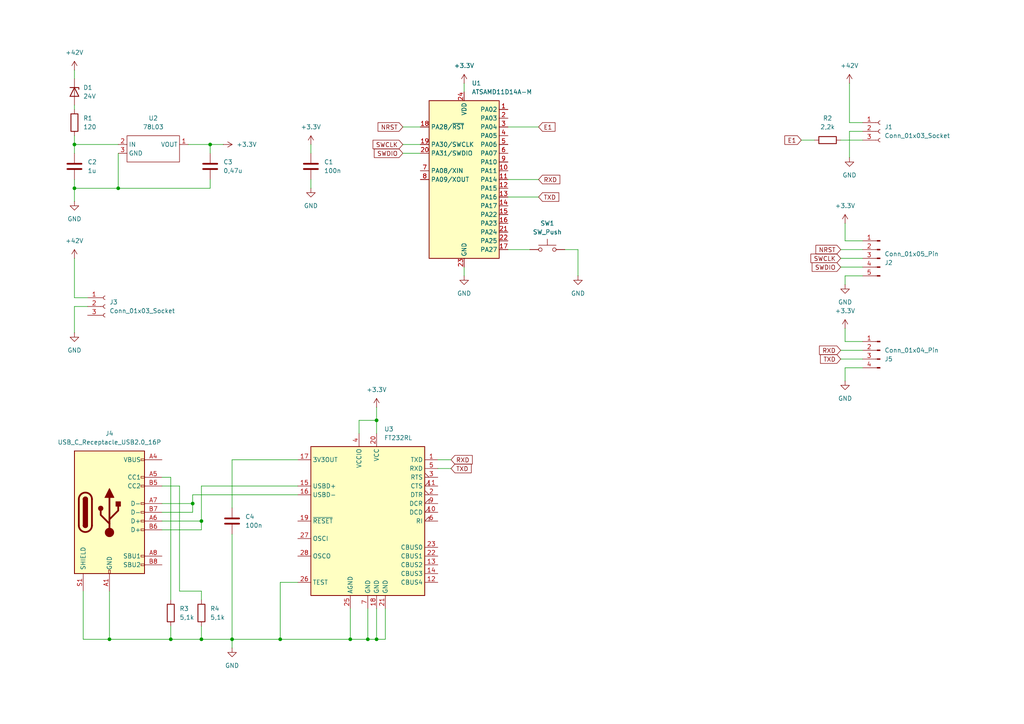
<source format=kicad_sch>
(kicad_sch (version 20231120) (generator "eeschema") (generator_version "8.0")
  (paper "A4")
  (lib_symbols
    (symbol "Connector:Conn_01x03_Socket" (pin_names (offset 1.016) hide)
      (property "Reference" "J" (at 0 5.08 0))
      (property "Value" "Conn_01x03_Socket" (at 0 -5.08 0))
      (symbol "Conn_01x03_Socket_1_1"
        (arc (start 0 -2.032) (mid -0.5058 -2.54) (end 0 -3.048) (stroke (width 0.1524)))
        (polyline (pts (xy -1.27 -2.54) (xy -0.508 -2.54)) (stroke (width 0.1524)))
        (polyline (pts (xy -1.27 0) (xy -0.508 0)) (stroke (width 0.1524)))
        (polyline (pts (xy -1.27 2.54) (xy -0.508 2.54)) (stroke (width 0.1524)))
        (arc (start 0 0.508) (mid -0.5058 0) (end 0 -0.508) (stroke (width 0.1524)))
        (arc (start 0 3.048) (mid -0.5058 2.54) (end 0 2.032) (stroke (width 0.1524)))
        (pin passive line (at -5.08 2.54 0) (length 3.81) (name "Pin_1") (number "1"))
        (pin passive line (at -5.08 0 0) (length 3.81) (name "Pin_2") (number "2"))
        (pin passive line (at -5.08 -2.54 0) (length 3.81) (name "Pin_3") (number "3"))
      )
    )
    (symbol "Connector:Conn_01x04_Pin" (pin_names (offset 1.016) hide)
      (property "Reference" "J" (at 0 5.08 0))
      (property "Value" "Conn_01x04_Pin" (at 0 -7.62 0))
      (symbol "Conn_01x04_Pin_1_1"
        (polyline (pts (xy 1.27 -5.08) (xy 0.8636 -5.08)) (stroke (width 0.1524)))
        (polyline (pts (xy 1.27 -2.54) (xy 0.8636 -2.54)) (stroke (width 0.1524)))
        (polyline (pts (xy 1.27 0) (xy 0.8636 0)) (stroke (width 0.1524)))
        (polyline (pts (xy 1.27 2.54) (xy 0.8636 2.54)) (stroke (width 0.1524)))
        (rectangle (start 0.8636 -4.953) (end 0 -5.207) (stroke (width 0.1524)) (fill (type outline)))
        (rectangle (start 0.8636 -2.413) (end 0 -2.667) (stroke (width 0.1524)) (fill (type outline)))
        (rectangle (start 0.8636 0.127) (end 0 -0.127) (stroke (width 0.1524)) (fill (type outline)))
        (rectangle (start 0.8636 2.667) (end 0 2.413) (stroke (width 0.1524)) (fill (type outline)))
        (pin passive line (at 5.08 2.54 180) (length 3.81) (name "Pin_1") (number "1"))
        (pin passive line (at 5.08 0 180) (length 3.81) (name "Pin_2") (number "2"))
        (pin passive line (at 5.08 -2.54 180) (length 3.81) (name "Pin_3") (number "3"))
        (pin passive line (at 5.08 -5.08 180) (length 3.81) (name "Pin_4") (number "4"))
      )
    )
    (symbol "Connector:Conn_01x05_Pin" (pin_names (offset 1.016) hide)
      (property "Reference" "J" (at 0 7.62 0))
      (property "Value" "Conn_01x05_Pin" (at 0 -7.62 0))
      (symbol "Conn_01x05_Pin_1_1"
        (polyline (pts (xy 1.27 -5.08) (xy 0.8636 -5.08)) (stroke (width 0.1524)))
        (polyline (pts (xy 1.27 -2.54) (xy 0.8636 -2.54)) (stroke (width 0.1524)))
        (polyline (pts (xy 1.27 0) (xy 0.8636 0)) (stroke (width 0.1524)))
        (polyline (pts (xy 1.27 2.54) (xy 0.8636 2.54)) (stroke (width 0.1524)))
        (polyline (pts (xy 1.27 5.08) (xy 0.8636 5.08)) (stroke (width 0.1524)))
        (rectangle (start 0.8636 -4.953) (end 0 -5.207) (stroke (width 0.1524)) (fill (type outline)))
        (rectangle (start 0.8636 -2.413) (end 0 -2.667) (stroke (width 0.1524)) (fill (type outline)))
        (rectangle (start 0.8636 0.127) (end 0 -0.127) (stroke (width 0.1524)) (fill (type outline)))
        (rectangle (start 0.8636 2.667) (end 0 2.413) (stroke (width 0.1524)) (fill (type outline)))
        (rectangle (start 0.8636 5.207) (end 0 4.953) (stroke (width 0.1524)) (fill (type outline)))
        (pin passive line (at 5.08 5.08 180) (length 3.81) (name "Pin_1") (number "1"))
        (pin passive line (at 5.08 2.54 180) (length 3.81) (name "Pin_2") (number "2"))
        (pin passive line (at 5.08 0 180) (length 3.81) (name "Pin_3") (number "3"))
        (pin passive line (at 5.08 -2.54 180) (length 3.81) (name "Pin_4") (number "4"))
        (pin passive line (at 5.08 -5.08 180) (length 3.81) (name "Pin_5") (number "5"))
      )
    )
    (symbol "Connector:USB_C_Receptacle_USB2.0_16P" (pin_names (offset 1.016))
      (property "Reference" "J" (at 0 22.225 0))
      (property "Value" "USB_C_Receptacle_USB2.0_16P" (at 0 19.685 0))
      (symbol "USB_C_Receptacle_USB2.0_16P_0_0"
        (rectangle (start -0.254 -17.78) (end 0.254 -16.764))
        (rectangle (start 10.16 -14.986) (end 9.144 -15.494))
        (rectangle (start 10.16 -12.446) (end 9.144 -12.954))
        (rectangle (start 10.16 -4.826) (end 9.144 -5.334))
        (rectangle (start 10.16 -2.286) (end 9.144 -2.794))
        (rectangle (start 10.16 0.254) (end 9.144 -0.254))
        (rectangle (start 10.16 2.794) (end 9.144 2.286))
        (rectangle (start 10.16 7.874) (end 9.144 7.366))
        (rectangle (start 10.16 10.414) (end 9.144 9.906))
        (rectangle (start 10.16 15.494) (end 9.144 14.986))
      )
      (symbol "USB_C_Receptacle_USB2.0_16P_0_1"
        (rectangle (start -10.16 17.78) (end 10.16 -17.78) (stroke (width 0.254)) (fill (type background)))
        (arc (start -8.89 -3.81) (mid -6.985 -5.7067) (end -5.08 -3.81) (stroke (width 0.508)))
        (arc (start -7.62 -3.81) (mid -6.985 -4.4423) (end -6.35 -3.81) (stroke (width 0.254)))
        (arc (start -7.62 -3.81) (mid -6.985 -4.4423) (end -6.35 -3.81) (stroke (width 0.254)) (fill (type outline)))
        (rectangle (start -7.62 -3.81) (end -6.35 3.81) (stroke (width 0.254)) (fill (type outline)))
        (arc (start -6.35 3.81) (mid -6.985 4.4423) (end -7.62 3.81) (stroke (width 0.254)))
        (arc (start -6.35 3.81) (mid -6.985 4.4423) (end -7.62 3.81) (stroke (width 0.254)) (fill (type outline)))
        (arc (start -5.08 3.81) (mid -6.985 5.7067) (end -8.89 3.81) (stroke (width 0.508)))
        (circle (center -2.54 1.143) (radius 0.635) (stroke (width 0.254)) (fill (type outline)))
        (circle (center 0 -5.842) (radius 1.27) (fill (type outline)))
        (polyline (pts (xy -8.89 -3.81) (xy -8.89 3.81)) (stroke (width 0.508)))
        (polyline (pts (xy -5.08 3.81) (xy -5.08 -3.81)) (stroke (width 0.508)))
        (polyline (pts (xy 0 -5.842) (xy 0 4.318)) (stroke (width 0.508)))
        (polyline (pts (xy 0 -3.302) (xy -2.54 -0.762) (xy -2.54 0.508)) (stroke (width 0.508)))
        (polyline (pts (xy 0 -2.032) (xy 2.54 0.508) (xy 2.54 1.778)) (stroke (width 0.508)))
        (polyline (pts (xy -1.27 4.318) (xy 0 6.858) (xy 1.27 4.318) (xy -1.27 4.318)) (stroke (width 0.254)) (fill (type outline)))
        (rectangle (start 1.905 1.778) (end 3.175 3.048) (stroke (width 0.254)) (fill (type outline)))
      )
      (symbol "USB_C_Receptacle_USB2.0_16P_1_1"
        (pin passive line (at 0 -22.86 90) (length 5.08) (name "GND") (number "A1"))
        (pin passive line (at 0 -22.86 90) (length 5.08) hide (name "GND") (number "A12"))
        (pin passive line (at 15.24 15.24 180) (length 5.08) (name "VBUS") (number "A4"))
        (pin bidirectional line (at 15.24 10.16 180) (length 5.08) (name "CC1") (number "A5"))
        (pin bidirectional line (at 15.24 -2.54 180) (length 5.08) (name "D+") (number "A6"))
        (pin bidirectional line (at 15.24 2.54 180) (length 5.08) (name "D-") (number "A7"))
        (pin bidirectional line (at 15.24 -12.7 180) (length 5.08) (name "SBU1") (number "A8"))
        (pin passive line (at 15.24 15.24 180) (length 5.08) hide (name "VBUS") (number "A9"))
        (pin passive line (at 0 -22.86 90) (length 5.08) hide (name "GND") (number "B1"))
        (pin passive line (at 0 -22.86 90) (length 5.08) hide (name "GND") (number "B12"))
        (pin passive line (at 15.24 15.24 180) (length 5.08) hide (name "VBUS") (number "B4"))
        (pin bidirectional line (at 15.24 7.62 180) (length 5.08) (name "CC2") (number "B5"))
        (pin bidirectional line (at 15.24 -5.08 180) (length 5.08) (name "D+") (number "B6"))
        (pin bidirectional line (at 15.24 0 180) (length 5.08) (name "D-") (number "B7"))
        (pin bidirectional line (at 15.24 -15.24 180) (length 5.08) (name "SBU2") (number "B8"))
        (pin passive line (at 15.24 15.24 180) (length 5.08) hide (name "VBUS") (number "B9"))
        (pin passive line (at -7.62 -22.86 90) (length 5.08) (name "SHIELD") (number "S1"))
      )
    )
    (symbol "Device:C" (pin_numbers hide) (pin_names (offset 0.254))
      (property "Reference" "C" (at 0.635 2.54 0))
      (property "Value" "C" (at 0.635 -2.54 0))
      (symbol "C_0_1"
        (polyline (pts (xy -2.032 -0.762) (xy 2.032 -0.762)) (stroke (width 0.508)))
        (polyline (pts (xy -2.032 0.762) (xy 2.032 0.762)) (stroke (width 0.508)))
      )
      (symbol "C_1_1"
        (pin passive line (at 0 3.81 270) (length 2.794) (name "~") (number "1"))
        (pin passive line (at 0 -3.81 90) (length 2.794) (name "~") (number "2"))
      )
    )
    (symbol "Device:R" (pin_numbers hide) (pin_names (offset 0))
      (property "Reference" "R" (at 2.032 0 90))
      (property "Value" "R" (at 0 0 90))
      (symbol "R_0_1"
        (rectangle (start -1.016 -2.54) (end 1.016 2.54) (stroke (width 0.254)))
      )
      (symbol "R_1_1"
        (pin passive line (at 0 3.81 270) (length 1.27) (name "~") (number "1"))
        (pin passive line (at 0 -3.81 90) (length 1.27) (name "~") (number "2"))
      )
    )
    (symbol "Diode:ZMDxx" (pin_numbers hide) (pin_names hide)
      (property "Reference" "D" (at 0 2.54 0))
      (property "Value" "ZMDxx" (at 0 -2.54 0))
      (symbol "ZMDxx_0_1"
        (polyline (pts (xy 1.27 0) (xy -1.27 0)))
        (polyline (pts (xy -1.27 -1.27) (xy -1.27 1.27) (xy -0.762 1.27)) (stroke (width 0.254)))
        (polyline (pts (xy 1.27 -1.27) (xy 1.27 1.27) (xy -1.27 0) (xy 1.27 -1.27)) (stroke (width 0.254)))
      )
      (symbol "ZMDxx_1_1"
        (pin passive line (at -3.81 0 0) (length 2.54) (name "K") (number "1"))
        (pin passive line (at 3.81 0 180) (length 2.54) (name "A") (number "2"))
      )
    )
    (symbol "Interface_USB:FT232RL"
      (property "Reference" "U" (at -16.51 22.86 0))
      (property "Value" "FT232RL" (at 10.16 22.86 0))
      (symbol "FT232RL_0_1"
        (rectangle (start -16.51 21.59) (end 16.51 -21.59) (stroke (width 0.254)) (fill (type background)))
      )
      (symbol "FT232RL_1_1"
        (pin output line (at 20.32 17.78 180) (length 3.81) (name "TXD") (number "1"))
        (pin input input_low (at 20.32 2.54 180) (length 3.81) (name "DCD") (number "10"))
        (pin input input_low (at 20.32 10.16 180) (length 3.81) (name "CTS") (number "11"))
        (pin bidirectional line (at 20.32 -17.78 180) (length 3.81) (name "CBUS4") (number "12"))
        (pin bidirectional line (at 20.32 -12.7 180) (length 3.81) (name "CBUS2") (number "13"))
        (pin bidirectional line (at 20.32 -15.24 180) (length 3.81) (name "CBUS3") (number "14"))
        (pin bidirectional line (at -20.32 10.16 0) (length 3.81) (name "USBD+") (number "15"))
        (pin bidirectional line (at -20.32 7.62 0) (length 3.81) (name "USBD-") (number "16"))
        (pin power_out line (at -20.32 17.78 0) (length 3.81) (name "3V3OUT") (number "17"))
        (pin power_in line (at 2.54 -25.4 90) (length 3.81) (name "GND") (number "18"))
        (pin input line (at -20.32 0 0) (length 3.81) (name "~{RESET}") (number "19"))
        (pin output output_low (at 20.32 7.62 180) (length 3.81) (name "DTR") (number "2"))
        (pin power_in line (at 2.54 25.4 270) (length 3.81) (name "VCC") (number "20"))
        (pin power_in line (at 5.08 -25.4 90) (length 3.81) (name "GND") (number "21"))
        (pin bidirectional line (at 20.32 -10.16 180) (length 3.81) (name "CBUS1") (number "22"))
        (pin bidirectional line (at 20.32 -7.62 180) (length 3.81) (name "CBUS0") (number "23"))
        (pin power_in line (at -5.08 -25.4 90) (length 3.81) (name "AGND") (number "25"))
        (pin input line (at -20.32 -17.78 0) (length 3.81) (name "TEST") (number "26"))
        (pin input line (at -20.32 -5.08 0) (length 3.81) (name "OSCI") (number "27"))
        (pin output line (at -20.32 -10.16 0) (length 3.81) (name "OSCO") (number "28"))
        (pin output output_low (at 20.32 12.7 180) (length 3.81) (name "RTS") (number "3"))
        (pin power_in line (at -2.54 25.4 270) (length 3.81) (name "VCCIO") (number "4"))
        (pin input line (at 20.32 15.24 180) (length 3.81) (name "RXD") (number "5"))
        (pin input input_low (at 20.32 0 180) (length 3.81) (name "RI") (number "6"))
        (pin power_in line (at 0 -25.4 90) (length 3.81) (name "GND") (number "7"))
        (pin input input_low (at 20.32 5.08 180) (length 3.81) (name "DCR") (number "9"))
      )
    )
    (symbol "MCU_Microchip_SAMD:ATSAMD11D14A-M"
      (property "Reference" "U" (at -10.16 24.13 0))
      (property "Value" "ATSAMD11D14A-M" (at 1.27 24.13 0))
      (symbol "ATSAMD11D14A-M_0_1"
        (rectangle (start -10.16 22.86) (end 10.16 -22.86) (stroke (width 0.254)) (fill (type background)))
      )
      (symbol "ATSAMD11D14A-M_1_1"
        (pin bidirectional line (at 12.7 20.32 180) (length 2.54) (name "PA02") (number "1"))
        (pin bidirectional line (at 12.7 2.54 180) (length 2.54) (name "PA11") (number "10"))
        (pin bidirectional line (at 12.7 0 180) (length 2.54) (name "PA14") (number "11"))
        (pin bidirectional line (at 12.7 -2.54 180) (length 2.54) (name "PA15") (number "12"))
        (pin bidirectional line (at 12.7 -5.08 180) (length 2.54) (name "PA16") (number "13"))
        (pin bidirectional line (at 12.7 -7.62 180) (length 2.54) (name "PA17") (number "14"))
        (pin bidirectional line (at 12.7 -10.16 180) (length 2.54) (name "PA22") (number "15"))
        (pin bidirectional line (at 12.7 -12.7 180) (length 2.54) (name "PA23") (number "16"))
        (pin bidirectional line (at 12.7 -20.32 180) (length 2.54) (name "PA27") (number "17"))
        (pin bidirectional line (at -12.7 15.24 0) (length 2.54) (name "PA28/~{RST}") (number "18"))
        (pin bidirectional line (at -12.7 10.16 0) (length 2.54) (name "PA30/SWCLK") (number "19"))
        (pin bidirectional line (at 12.7 17.78 180) (length 2.54) (name "PA03") (number "2"))
        (pin bidirectional line (at -12.7 7.62 0) (length 2.54) (name "PA31/SWDIO") (number "20"))
        (pin bidirectional line (at 12.7 -15.24 180) (length 2.54) (name "PA24") (number "21"))
        (pin bidirectional line (at 12.7 -17.78 180) (length 2.54) (name "PA25") (number "22"))
        (pin power_in line (at 0 -25.4 90) (length 2.54) (name "GND") (number "23"))
        (pin power_in line (at 0 25.4 270) (length 2.54) (name "VDD") (number "24"))
        (pin bidirectional line (at 12.7 15.24 180) (length 2.54) (name "PA04") (number "3"))
        (pin bidirectional line (at 12.7 12.7 180) (length 2.54) (name "PA05") (number "4"))
        (pin bidirectional line (at 12.7 10.16 180) (length 2.54) (name "PA06") (number "5"))
        (pin bidirectional line (at 12.7 7.62 180) (length 2.54) (name "PA07") (number "6"))
        (pin bidirectional line (at -12.7 2.54 0) (length 2.54) (name "PA08/XIN") (number "7"))
        (pin bidirectional line (at -12.7 0 0) (length 2.54) (name "PA09/XOUT") (number "8"))
        (pin bidirectional line (at 12.7 5.08 180) (length 2.54) (name "PA10") (number "9"))
      )
    )
    (symbol "Radtke:78L03"
      (property "Reference" "U" (at 0 5.08 0))
      (property "Value" "78L03" (at 0 5.08 0))
      (symbol "78L03_0_1"
        (rectangle (start -7.62 3.81) (end 7.62 -3.81))
      )
      (symbol "78L03_1_1"
        (pin output line (at 10.16 1.27 180) (length 2.54) (name "VOUT") (number "1"))
        (pin input line (at -10.16 1.27 0) (length 2.54) (name "IN") (number "2"))
        (pin bidirectional line (at -10.16 -1.27 0) (length 2.54) (name "GND") (number "3"))
      )
    )
    (symbol "Switch:SW_Push" (pin_numbers hide) (pin_names (offset 1.016) hide)
      (property "Reference" "SW" (at 1.27 2.54 0))
      (property "Value" "SW_Push" (at 0 -1.524 0))
      (symbol "SW_Push_0_1"
        (circle (center -2.032 0) (radius 0.508))
        (polyline (pts (xy 0 1.27) (xy 0 3.048)))
        (polyline (pts (xy 2.54 1.27) (xy -2.54 1.27)))
        (circle (center 2.032 0) (radius 0.508))
        (pin passive line (at -5.08 0 0) (length 2.54) (name "1") (number "1"))
        (pin passive line (at 5.08 0 180) (length 2.54) (name "2") (number "2"))
      )
    )
    (symbol "power:+3.3V" (power) (pin_numbers hide) (pin_names (offset 0) hide)
      (property "Value" "+3.3V" (at 0 3.556 0))
      (symbol "+3.3V_0_1"
        (polyline (pts (xy -0.762 1.27) (xy 0 2.54)))
        (polyline (pts (xy 0 0) (xy 0 2.54)))
        (polyline (pts (xy 0 2.54) (xy 0.762 1.27)))
      )
      (symbol "+3.3V_1_1"
        (pin power_in line (at 0 0 90) (length 0) (name "~") (number "1"))
      )
    )
    (symbol "power:+48V" (power) (pin_numbers hide) (pin_names (offset 0) hide)
      (property "Value" "+48V" (at 0 3.556 0))
      (symbol "+48V_0_1"
        (polyline (pts (xy -0.762 1.27) (xy 0 2.54)))
        (polyline (pts (xy 0 0) (xy 0 2.54)))
        (polyline (pts (xy 0 2.54) (xy 0.762 1.27)))
      )
      (symbol "+48V_1_1"
        (pin power_in line (at 0 0 90) (length 0) (name "~") (number "1"))
      )
    )
    (symbol "power:GND" (power) (pin_numbers hide) (pin_names (offset 0) hide)
      (property "Value" "GND" (at 0 -3.81 0))
      (symbol "GND_0_1"
        (polyline (pts (xy 0 0) (xy 0 -1.27) (xy 1.27 -1.27) (xy 0 -2.54) (xy -1.27 -1.27) (xy 0 -1.27)))
      )
      (symbol "GND_1_1"
        (pin power_in line (at 0 0 270) (length 0) (name "~") (number "1"))
      )
    )
  )
  (junction (at 34.29 54.61))
  (junction (at 31.75 185.42))
  (junction (at 81.28 185.42))
  (junction (at 60.96 41.91))
  (junction (at 21.59 54.61))
  (junction (at 101.6 185.42))
  (junction (at 109.22 185.42))
  (junction (at 58.42 185.42))
  (junction (at 49.53 185.42))
  (junction (at 106.68 185.42))
  (junction (at 55.88 146.05))
  (junction (at 109.22 121.92))
  (junction (at 67.31 185.42))
  (junction (at 21.59 41.91))
  (junction (at 58.42 151.13))
  (wire (pts (xy 147.32 72.39) (xy 153.67 72.39)))
  (wire (pts (xy 67.31 154.94) (xy 67.31 185.42)))
  (wire (pts (xy 58.42 140.97) (xy 58.42 151.13)))
  (wire (pts (xy 25.4 88.9) (xy 21.59 88.9)))
  (wire (pts (xy 250.19 106.68) (xy 245.11 106.68)))
  (wire (pts (xy 116.84 36.83) (xy 121.92 36.83)))
  (wire (pts (xy 134.62 77.47) (xy 134.62 80.01)))
  (wire (pts (xy 21.59 41.91) (xy 34.29 41.91)))
  (wire (pts (xy 147.32 52.07) (xy 156.21 52.07)))
  (wire (pts (xy 245.11 80.01) (xy 250.19 80.01)))
  (wire (pts (xy 34.29 44.45) (xy 34.29 54.61)))
  (wire (pts (xy 49.53 185.42) (xy 58.42 185.42)))
  (wire (pts (xy 243.84 104.14) (xy 250.19 104.14)))
  (wire (pts (xy 31.75 171.45) (xy 31.75 185.42)))
  (wire (pts (xy 24.13 185.42) (xy 31.75 185.42)))
  (wire (pts (xy 245.11 69.85) (xy 250.19 69.85)))
  (wire (pts (xy 109.22 176.53) (xy 109.22 185.42)))
  (wire (pts (xy 106.68 176.53) (xy 106.68 185.42)))
  (wire (pts (xy 109.22 121.92) (xy 109.22 125.73)))
  (wire (pts (xy 101.6 176.53) (xy 101.6 185.42)))
  (wire (pts (xy 21.59 41.91) (xy 21.59 44.45)))
  (wire (pts (xy 58.42 185.42) (xy 67.31 185.42)))
  (wire (pts (xy 58.42 181.61) (xy 58.42 185.42)))
  (wire (pts (xy 104.14 121.92) (xy 109.22 121.92)))
  (wire (pts (xy 21.59 52.07) (xy 21.59 54.61)))
  (wire (pts (xy 243.84 101.6) (xy 250.19 101.6)))
  (wire (pts (xy 21.59 54.61) (xy 21.59 58.42)))
  (wire (pts (xy 60.96 41.91) (xy 64.77 41.91)))
  (wire (pts (xy 134.62 26.67) (xy 134.62 24.13)))
  (wire (pts (xy 58.42 171.45) (xy 58.42 173.99)))
  (wire (pts (xy 31.75 185.42) (xy 49.53 185.42)))
  (wire (pts (xy 55.88 146.05) (xy 55.88 143.51)))
  (wire (pts (xy 67.31 133.35) (xy 86.36 133.35)))
  (wire (pts (xy 243.84 40.64) (xy 250.19 40.64)))
  (wire (pts (xy 46.99 153.67) (xy 58.42 153.67)))
  (wire (pts (xy 86.36 168.91) (xy 81.28 168.91)))
  (wire (pts (xy 46.99 140.97) (xy 52.07 140.97)))
  (wire (pts (xy 147.32 36.83) (xy 156.21 36.83)))
  (wire (pts (xy 243.84 74.93) (xy 250.19 74.93)))
  (wire (pts (xy 163.83 72.39) (xy 167.64 72.39)))
  (wire (pts (xy 54.61 41.91) (xy 60.96 41.91)))
  (wire (pts (xy 245.11 95.25) (xy 245.11 99.06)))
  (wire (pts (xy 232.41 40.64) (xy 236.22 40.64)))
  (wire (pts (xy 81.28 168.91) (xy 81.28 185.42)))
  (wire (pts (xy 106.68 185.42) (xy 109.22 185.42)))
  (wire (pts (xy 90.17 52.07) (xy 90.17 54.61)))
  (wire (pts (xy 90.17 41.91) (xy 90.17 44.45)))
  (wire (pts (xy 34.29 54.61) (xy 60.96 54.61)))
  (wire (pts (xy 116.84 41.91) (xy 121.92 41.91)))
  (wire (pts (xy 246.38 35.56) (xy 250.19 35.56)))
  (wire (pts (xy 109.22 185.42) (xy 111.76 185.42)))
  (wire (pts (xy 246.38 24.13) (xy 246.38 35.56)))
  (wire (pts (xy 67.31 133.35) (xy 67.31 147.32)))
  (wire (pts (xy 101.6 185.42) (xy 106.68 185.42)))
  (wire (pts (xy 246.38 38.1) (xy 246.38 45.72)))
  (wire (pts (xy 55.88 143.51) (xy 86.36 143.51)))
  (wire (pts (xy 52.07 171.45) (xy 58.42 171.45)))
  (wire (pts (xy 60.96 52.07) (xy 60.96 54.61)))
  (wire (pts (xy 24.13 171.45) (xy 24.13 185.42)))
  (wire (pts (xy 147.32 57.15) (xy 156.21 57.15)))
  (wire (pts (xy 104.14 125.73) (xy 104.14 121.92)))
  (wire (pts (xy 49.53 138.43) (xy 49.53 173.99)))
  (wire (pts (xy 55.88 148.59) (xy 55.88 146.05)))
  (wire (pts (xy 67.31 185.42) (xy 67.31 187.96)))
  (wire (pts (xy 245.11 80.01) (xy 245.11 82.55)))
  (wire (pts (xy 21.59 74.93) (xy 21.59 86.36)))
  (wire (pts (xy 81.28 185.42) (xy 101.6 185.42)))
  (wire (pts (xy 60.96 41.91) (xy 60.96 44.45)))
  (wire (pts (xy 58.42 153.67) (xy 58.42 151.13)))
  (wire (pts (xy 127 135.89) (xy 130.81 135.89)))
  (wire (pts (xy 21.59 20.32) (xy 21.59 22.86)))
  (wire (pts (xy 250.19 38.1) (xy 246.38 38.1)))
  (wire (pts (xy 46.99 146.05) (xy 55.88 146.05)))
  (wire (pts (xy 116.84 44.45) (xy 121.92 44.45)))
  (wire (pts (xy 243.84 77.47) (xy 250.19 77.47)))
  (wire (pts (xy 49.53 138.43) (xy 46.99 138.43)))
  (wire (pts (xy 167.64 72.39) (xy 167.64 80.01)))
  (wire (pts (xy 81.28 185.42) (xy 67.31 185.42)))
  (wire (pts (xy 109.22 118.11) (xy 109.22 121.92)))
  (wire (pts (xy 86.36 140.97) (xy 58.42 140.97)))
  (wire (pts (xy 21.59 30.48) (xy 21.59 31.75)))
  (wire (pts (xy 127 133.35) (xy 130.81 133.35)))
  (wire (pts (xy 21.59 86.36) (xy 25.4 86.36)))
  (wire (pts (xy 34.29 54.61) (xy 21.59 54.61)))
  (wire (pts (xy 243.84 72.39) (xy 250.19 72.39)))
  (wire (pts (xy 245.11 106.68) (xy 245.11 110.49)))
  (wire (pts (xy 21.59 39.37) (xy 21.59 41.91)))
  (wire (pts (xy 58.42 151.13) (xy 46.99 151.13)))
  (wire (pts (xy 21.59 88.9) (xy 21.59 96.52)))
  (wire (pts (xy 49.53 181.61) (xy 49.53 185.42)))
  (wire (pts (xy 52.07 140.97) (xy 52.07 171.45)))
  (wire (pts (xy 245.11 99.06) (xy 250.19 99.06)))
  (wire (pts (xy 111.76 185.42) (xy 111.76 176.53)))
  (wire (pts (xy 46.99 148.59) (xy 55.88 148.59)))
  (wire (pts (xy 245.11 64.77) (xy 245.11 69.85)))
  (global_label "RXD" (shape input) (at 243.84 101.6 180) (property "Intersheetrefs" "${INTERSHEET_REFS}" (effects (hide yes))))
  (global_label "SWDIO" (shape input) (at 243.84 77.47 180) (property "Intersheetrefs" "${INTERSHEET_REFS}" (effects (hide yes))))
  (global_label "NRST" (shape input) (at 116.84 36.83 180) (property "Intersheetrefs" "${INTERSHEET_REFS}" (effects (hide yes))))
  (global_label "RXD" (shape input) (at 130.81 133.35 0) (property "Intersheetrefs" "${INTERSHEET_REFS}" (effects (hide yes))))
  (global_label "E1" (shape input) (at 232.41 40.64 180) (property "Intersheetrefs" "${INTERSHEET_REFS}" (effects (hide yes))))
  (global_label "RXD" (shape input) (at 156.21 52.07 0) (property "Intersheetrefs" "${INTERSHEET_REFS}" (effects (hide yes))))
  (global_label "NRST" (shape input) (at 243.84 72.39 180) (property "Intersheetrefs" "${INTERSHEET_REFS}" (effects (hide yes))))
  (global_label "TXD" (shape input) (at 130.81 135.89 0) (property "Intersheetrefs" "${INTERSHEET_REFS}" (effects (hide yes))))
  (global_label "SWDIO" (shape input) (at 116.84 44.45 180) (property "Intersheetrefs" "${INTERSHEET_REFS}" (effects (hide yes))))
  (global_label "SWCLK" (shape input) (at 243.84 74.93 180) (property "Intersheetrefs" "${INTERSHEET_REFS}" (effects (hide yes))))
  (global_label "E1" (shape input) (at 156.21 36.83 0) (property "Intersheetrefs" "${INTERSHEET_REFS}" (effects (hide yes))))
  (global_label "TXD" (shape input) (at 156.21 57.15 0) (property "Intersheetrefs" "${INTERSHEET_REFS}" (effects (hide yes))))
  (global_label "TXD" (shape input) (at 243.84 104.14 180) (property "Intersheetrefs" "${INTERSHEET_REFS}" (effects (hide yes))))
  (global_label "SWCLK" (shape input) (at 116.84 41.91 180) (property "Intersheetrefs" "${INTERSHEET_REFS}" (effects (hide yes))))
  (symbol (lib_id "Device:R") (at 49.53 177.8 180) (unit 1)
    (property "Reference" "R3" (at 52.07 176.5299 0) (effects (justify right)))
    (property "Value" "5,1k" (at 52.07 179.0699 0) (effects (justify right)))
    (property "Footprint" "Resistor_SMD:R_0805_2012Metric" (effects (hide yes)))
    (property "Description" "Resistor" (effects (hide yes)))
  )
  (symbol (lib_id "power:GND") (at 67.31 187.96 0) (unit 1)
    (property "Reference" "#PWR015" (effects (hide yes)))
    (property "Value" "GND" (at 67.31 193.04 0))
    (property "Description" "Power symbol creates a global label with name \"GND\" , ground" (effects (hide yes)))
  )
  (symbol (lib_id "power:GND") (at 167.64 80.01 0) (unit 1)
    (property "Reference" "#PWR014" (effects (hide yes)))
    (property "Value" "GND" (at 167.64 85.09 0))
    (property "Description" "Power symbol creates a global label with name \"GND\" , ground" (effects (hide yes)))
  )
  (symbol (lib_id "power:+3.3V") (at 90.17 41.91 0) (unit 1)
    (property "Reference" "#PWR05" (effects (hide yes)))
    (property "Value" "+3.3V" (at 90.17 36.83 0))
    (property "Description" "Power symbol creates a global label with name \"+3.3V\"" (effects (hide yes)))
  )
  (symbol (lib_id "Connector:USB_C_Receptacle_USB2.0_16P") (at 31.75 148.59 0) (unit 1)
    (property "Reference" "J4" (at 31.75 125.73 0))
    (property "Value" "USB_C_Receptacle_USB2.0_16P" (at 31.75 128.27 0))
    (property "Footprint" "USB-C-Power-tester:TYPE-C-31-M-14" (effects (hide yes)))
    (property "Datasheet" "https://www.usb.org/sites/default/files/documents/usb_type-c.zip" (effects (hide yes)))
    (property "Description" "USB 2.0-only 16P Type-C Receptacle connector" (effects (hide yes)))
  )
  (symbol (lib_id "Connector:Conn_01x03_Socket") (at 30.48 88.9 0) (unit 1)
    (property "Reference" "J3" (at 31.75 87.6299 0) (effects (justify left)))
    (property "Value" "Conn_01x03_Socket" (at 31.75 90.1699 0) (effects (justify left)))
    (property "Footprint" "Connector_PinSocket_2.54mm:PinSocket_1x03_P2.54mm_Vertical" (effects (hide yes)))
    (property "Description" "Generic connector, single row, 01x03, script generated" (effects (hide yes)))
  )
  (symbol (lib_id "Device:C") (at 90.17 48.26 0) (unit 1)
    (property "Reference" "C1" (at 93.98 46.9899 0) (effects (justify left)))
    (property "Value" "100n" (at 93.98 49.5299 0) (effects (justify left)))
    (property "Footprint" "Capacitor_SMD:C_0805_2012Metric" (effects (hide yes)))
    (property "Description" "Unpolarized capacitor" (effects (hide yes)))
  )
  (symbol (lib_id "power:+3.3V") (at 109.22 118.11 0) (unit 1)
    (property "Reference" "#PWR018" (effects (hide yes)))
    (property "Value" "+3.3V" (at 109.22 113.03 0))
    (property "Description" "Power symbol creates a global label with name \"+3.3V\"" (effects (hide yes)))
  )
  (symbol (lib_id "Device:C") (at 21.59 48.26 0) (unit 1)
    (property "Reference" "C2" (at 25.4 46.9899 0) (effects (justify left)))
    (property "Value" "1u" (at 25.4 49.5299 0) (effects (justify left)))
    (property "Footprint" "Capacitor_SMD:C_0805_2012Metric" (effects (hide yes)))
    (property "Description" "Unpolarized capacitor" (effects (hide yes)))
  )
  (symbol (lib_id "power:+3.3V") (at 134.62 24.13 0) (unit 1)
    (property "Reference" "#PWR07" (effects (hide yes)))
    (property "Value" "+3.3V" (at 134.62 19.05 0))
    (property "Description" "Power symbol creates a global label with name \"+3.3V\"" (effects (hide yes)))
  )
  (symbol (lib_id "power:+48V") (at 246.38 24.13 0) (unit 1)
    (property "Reference" "#PWR08" (effects (hide yes)))
    (property "Value" "+42V" (at 246.38 19.05 0))
    (property "Description" "Power symbol creates a global label with name \"+48V\"" (effects (hide yes)))
  )
  (symbol (lib_id "power:+3.3V") (at 64.77 41.91 270) (unit 1)
    (property "Reference" "#PWR02" (effects (hide yes)))
    (property "Value" "+3.3V" (at 68.58 41.9099 90) (effects (justify left)))
    (property "Description" "Power symbol creates a global label with name \"+3.3V\"" (effects (hide yes)))
  )
  (symbol (lib_id "Device:R") (at 240.03 40.64 90) (unit 1)
    (property "Reference" "R2" (at 240.03 34.29 90))
    (property "Value" "2,2k" (at 240.03 36.83 90))
    (property "Footprint" "Resistor_SMD:R_0805_2012Metric" (effects (hide yes)))
    (property "Description" "Resistor" (effects (hide yes)))
  )
  (symbol (lib_id "Device:C") (at 67.31 151.13 0) (unit 1)
    (property "Reference" "C4" (at 71.12 149.8599 0) (effects (justify left)))
    (property "Value" "100n" (at 71.12 152.3999 0) (effects (justify left)))
    (property "Footprint" "Capacitor_SMD:C_0805_2012Metric" (effects (hide yes)))
    (property "Description" "Unpolarized capacitor" (effects (hide yes)))
  )
  (symbol (lib_id "Device:C") (at 60.96 48.26 0) (unit 1)
    (property "Reference" "C3" (at 64.77 46.9899 0) (effects (justify left)))
    (property "Value" "0,47u" (at 64.77 49.5299 0) (effects (justify left)))
    (property "Footprint" "Capacitor_SMD:C_0805_2012Metric" (effects (hide yes)))
    (property "Description" "Unpolarized capacitor" (effects (hide yes)))
  )
  (symbol (lib_id "Connector:Conn_01x05_Pin") (at 255.27 74.93 0) (mirror y) (unit 1)
    (property "Reference" "J2" (at 256.54 76.2001 0) (effects (justify right)))
    (property "Value" "Conn_01x05_Pin" (at 256.54 73.6601 0) (effects (justify right)))
    (property "Footprint" "Connector_PinHeader_2.54mm:PinHeader_1x05_P2.54mm_Vertical" (effects (hide yes)))
    (property "Description" "Generic connector, single row, 01x05, script generated" (effects (hide yes)))
  )
  (symbol (lib_id "power:+48V") (at 21.59 20.32 0) (unit 1)
    (property "Reference" "#PWR01" (effects (hide yes)))
    (property "Value" "+42V" (at 21.59 15.24 0))
    (property "Description" "Power symbol creates a global label with name \"+48V\"" (effects (hide yes)))
  )
  (symbol (lib_id "power:GND") (at 134.62 80.01 0) (unit 1)
    (property "Reference" "#PWR06" (effects (hide yes)))
    (property "Value" "GND" (at 134.62 85.09 0))
    (property "Description" "Power symbol creates a global label with name \"GND\" , ground" (effects (hide yes)))
  )
  (symbol (lib_id "power:GND") (at 90.17 54.61 0) (unit 1)
    (property "Reference" "#PWR04" (effects (hide yes)))
    (property "Value" "GND" (at 90.17 59.69 0))
    (property "Description" "Power symbol creates a global label with name \"GND\" , ground" (effects (hide yes)))
  )
  (symbol (lib_id "Diode:ZMDxx") (at 21.59 26.67 270) (unit 1)
    (property "Reference" "D1" (at 24.13 25.3999 90) (effects (justify left)))
    (property "Value" "24V" (at 24.13 27.9399 90) (effects (justify left)))
    (property "Footprint" "Diode_SMD:D_MiniMELF" (effects (hide yes)))
    (property "Datasheet" "http://diotec.com/tl_files/diotec/files/pdf/datasheets/zmd1" (effects (hide yes)))
    (property "Description" "1000mW Zener Diode, MiniMELF" (effects (hide yes)))
  )
  (symbol (lib_id "power:+48V") (at 21.59 74.93 0) (unit 1)
    (property "Reference" "#PWR012" (effects (hide yes)))
    (property "Value" "+42V" (at 21.59 69.85 0))
    (property "Description" "Power symbol creates a global label with name \"+48V\"" (effects (hide yes)))
  )
  (symbol (lib_id "power:GND") (at 245.11 110.49 0) (unit 1)
    (property "Reference" "#PWR017" (effects (hide yes)))
    (property "Value" "GND" (at 245.11 115.57 0))
    (property "Description" "Power symbol creates a global label with name \"GND\" , ground" (effects (hide yes)))
  )
  (symbol (lib_id "Switch:SW_Push") (at 158.75 72.39 0) (unit 1)
    (property "Reference" "SW1" (at 158.75 64.77 0))
    (property "Value" "SW_Push" (at 158.75 67.31 0))
    (property "Footprint" "Button_Switch_THT:SW_TH_Tactile_Omron_B3F-10xx" (effects (hide yes)))
    (property "Description" "Push button switch, generic, two pins" (effects (hide yes)))
  )
  (symbol (lib_id "power:+3.3V") (at 245.11 95.25 0) (unit 1)
    (property "Reference" "#PWR016" (effects (hide yes)))
    (property "Value" "+3.3V" (at 245.11 90.17 0))
    (property "Description" "Power symbol creates a global label with name \"+3.3V\"" (effects (hide yes)))
  )
  (symbol (lib_id "power:GND") (at 21.59 58.42 0) (unit 1)
    (property "Reference" "#PWR03" (effects (hide yes)))
    (property "Value" "GND" (at 21.59 63.5 0))
    (property "Description" "Power symbol creates a global label with name \"GND\" , ground" (effects (hide yes)))
  )
  (symbol (lib_id "Connector:Conn_01x04_Pin") (at 255.27 101.6 0) (mirror y) (unit 1)
    (property "Reference" "J5" (at 256.54 104.1401 0) (effects (justify right)))
    (property "Value" "Conn_01x04_Pin" (at 256.54 101.6001 0) (effects (justify right)))
    (property "Footprint" "Connector_PinHeader_2.54mm:PinHeader_1x04_P2.54mm_Vertical" (effects (hide yes)))
    (property "Description" "Generic connector, single row, 01x04, script generated" (effects (hide yes)))
  )
  (symbol (lib_id "Radtke:78L03") (at 44.45 43.18 0) (unit 1)
    (property "Reference" "U2" (at 44.45 34.29 0))
    (property "Value" "78L03" (at 44.45 36.83 0))
    (property "Footprint" "Package_TO_SOT_SMD:SOT-23-3" (effects (hide yes)))
  )
  (symbol (lib_id "power:GND") (at 21.59 96.52 0) (unit 1)
    (property "Reference" "#PWR013" (effects (hide yes)))
    (property "Value" "GND" (at 21.59 101.6 0))
    (property "Description" "Power symbol creates a global label with name \"GND\" , ground" (effects (hide yes)))
  )
  (symbol (lib_id "Interface_USB:FT232RL") (at 106.68 151.13 0) (unit 1)
    (property "Reference" "U3" (at 111.4141 124.46 0) (effects (justify left)))
    (property "Value" "FT232RL" (at 111.4141 127 0) (effects (justify left)))
    (property "Footprint" "Package_SO:SSOP-28_5.3x10.2mm_P0.65mm" (effects (hide yes)))
    (property "Datasheet" "https://www.ftdichip.com/Support/Documents/DataSheets/ICs/DS_FT232R.pdf" (effects (hide yes)))
    (property "Description" "USB to Serial Interface, SSOP-28" (effects (hide yes)))
  )
  (symbol (lib_id "power:GND") (at 245.11 82.55 0) (unit 1)
    (property "Reference" "#PWR011" (effects (hide yes)))
    (property "Value" "GND" (at 245.11 87.63 0))
    (property "Description" "Power symbol creates a global label with name \"GND\" , ground" (effects (hide yes)))
  )
  (symbol (lib_id "Device:R") (at 21.59 35.56 0) (unit 1)
    (property "Reference" "R1" (at 24.13 34.2899 0) (effects (justify left)))
    (property "Value" "120" (at 24.13 36.8299 0) (effects (justify left)))
    (property "Footprint" "Resistor_SMD:R_0805_2012Metric" (effects (hide yes)))
    (property "Description" "Resistor" (effects (hide yes)))
  )
  (symbol (lib_id "Device:R") (at 58.42 177.8 180) (unit 1)
    (property "Reference" "R4" (at 60.96 176.5299 0) (effects (justify right)))
    (property "Value" "5,1k" (at 60.96 179.0699 0) (effects (justify right)))
    (property "Footprint" "Resistor_SMD:R_0805_2012Metric" (effects (hide yes)))
    (property "Description" "Resistor" (effects (hide yes)))
  )
  (symbol (lib_id "power:GND") (at 246.38 45.72 0) (unit 1)
    (property "Reference" "#PWR09" (effects (hide yes)))
    (property "Value" "GND" (at 246.38 50.8 0))
    (property "Description" "Power symbol creates a global label with name \"GND\" , ground" (effects (hide yes)))
  )
  (symbol (lib_id "Connector:Conn_01x03_Socket") (at 255.27 38.1 0) (unit 1)
    (property "Reference" "J1" (at 256.54 36.8299 0) (effects (justify left)))
    (property "Value" "Conn_01x03_Socket" (at 256.54 39.3699 0) (effects (justify left)))
    (property "Footprint" "Connector_PinSocket_2.54mm:PinSocket_1x03_P2.54mm_Vertical" (effects (hide yes)))
    (property "Description" "Generic connector, single row, 01x03, script generated" (effects (hide yes)))
  )
  (symbol (lib_id "MCU_Microchip_SAMD:ATSAMD11D14A-M") (at 134.62 52.07 0) (unit 1)
    (property "Reference" "U1" (at 136.8141 24.13 0) (effects (justify left)))
    (property "Value" "ATSAMD11D14A-M" (at 136.8141 26.67 0) (effects (justify left)))
    (property "Footprint" "Package_DFN_QFN:QFN-24-1EP_4x4mm_P0.5mm_EP2.6x2.6mm" (effects (hide yes)))
    (property "Datasheet" "http://ww1.microchip.com/downloads/en/DeviceDoc/Atmel-42363-SAM-D11_Datasheet.pdf" (effects (hide yes)))
    (property "Description" "ARM Cortex-M0+ MCU, 48MHz, 16KB Flash, 4KB RAM, 1.6-3.6V, 22 GPIO, QFN-24" (effects (hide yes)))
  )
  (symbol (lib_id "power:+3.3V") (at 245.11 64.77 0) (unit 1)
    (property "Reference" "#PWR010" (effects (hide yes)))
    (property "Value" "+3.3V" (at 245.11 59.69 0))
    (property "Description" "Power symbol creates a global label with name \"+3.3V\"" (effects (hide yes)))
  )
)
</source>
